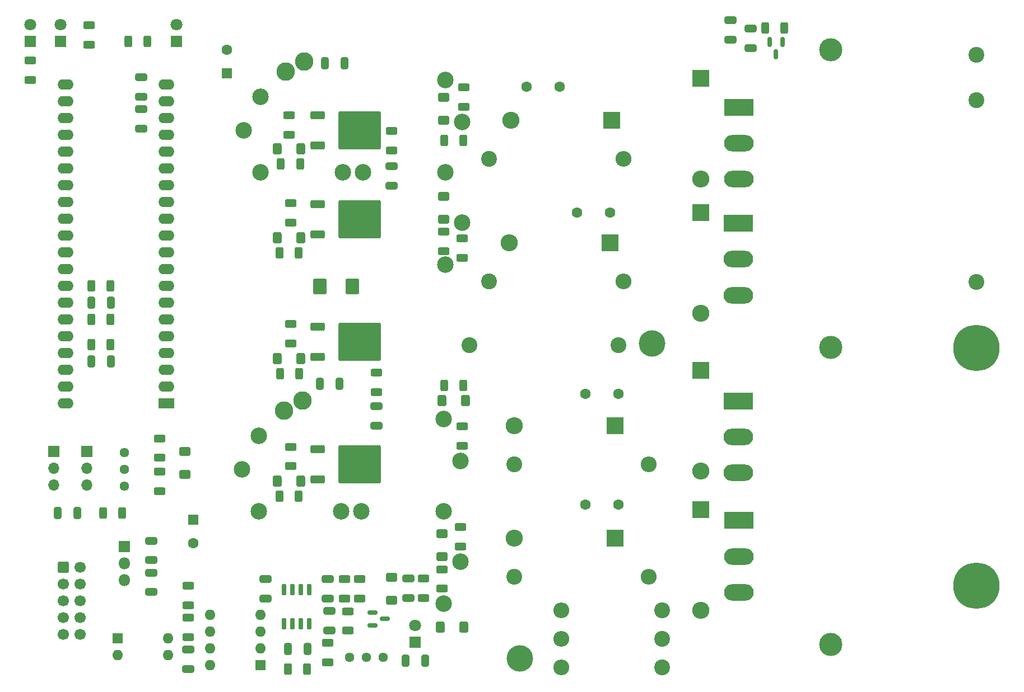
<source format=gbr>
%TF.GenerationSoftware,KiCad,Pcbnew,7.0.2*%
%TF.CreationDate,2023-05-30T11:20:00+02:00*%
%TF.ProjectId,Module_1,4d6f6475-6c65-45f3-912e-6b696361645f,rev?*%
%TF.SameCoordinates,Original*%
%TF.FileFunction,Soldermask,Bot*%
%TF.FilePolarity,Negative*%
%FSLAX46Y46*%
G04 Gerber Fmt 4.6, Leading zero omitted, Abs format (unit mm)*
G04 Created by KiCad (PCBNEW 7.0.2) date 2023-05-30 11:20:00*
%MOMM*%
%LPD*%
G01*
G04 APERTURE LIST*
G04 Aperture macros list*
%AMRoundRect*
0 Rectangle with rounded corners*
0 $1 Rounding radius*
0 $2 $3 $4 $5 $6 $7 $8 $9 X,Y pos of 4 corners*
0 Add a 4 corners polygon primitive as box body*
4,1,4,$2,$3,$4,$5,$6,$7,$8,$9,$2,$3,0*
0 Add four circle primitives for the rounded corners*
1,1,$1+$1,$2,$3*
1,1,$1+$1,$4,$5*
1,1,$1+$1,$6,$7*
1,1,$1+$1,$8,$9*
0 Add four rect primitives between the rounded corners*
20,1,$1+$1,$2,$3,$4,$5,0*
20,1,$1+$1,$4,$5,$6,$7,0*
20,1,$1+$1,$6,$7,$8,$9,0*
20,1,$1+$1,$8,$9,$2,$3,0*%
G04 Aperture macros list end*
%ADD10C,2.800000*%
%ADD11C,2.400000*%
%ADD12O,2.400000X2.400000*%
%ADD13R,2.600000X2.600000*%
%ADD14O,2.600000X2.600000*%
%ADD15R,1.600000X1.600000*%
%ADD16C,1.600000*%
%ADD17C,3.500000*%
%ADD18RoundRect,0.250000X-0.600000X-0.600000X0.600000X-0.600000X0.600000X0.600000X-0.600000X0.600000X0*%
%ADD19C,1.700000*%
%ADD20R,1.800000X1.800000*%
%ADD21C,1.800000*%
%ADD22C,4.000000*%
%ADD23R,1.700000X1.700000*%
%ADD24O,1.700000X1.700000*%
%ADD25O,1.600000X1.600000*%
%ADD26C,1.440000*%
%ADD27O,1.800000X1.800000*%
%ADD28C,7.000000*%
%ADD29R,2.400000X1.600000*%
%ADD30O,2.400000X1.600000*%
%ADD31C,2.500000*%
%ADD32RoundRect,0.250000X-0.312500X-0.625000X0.312500X-0.625000X0.312500X0.625000X-0.312500X0.625000X0*%
%ADD33RoundRect,0.250000X-0.600000X0.400000X-0.600000X-0.400000X0.600000X-0.400000X0.600000X0.400000X0*%
%ADD34RoundRect,0.250000X-0.625000X0.312500X-0.625000X-0.312500X0.625000X-0.312500X0.625000X0.312500X0*%
%ADD35RoundRect,0.250000X0.650000X-0.325000X0.650000X0.325000X-0.650000X0.325000X-0.650000X-0.325000X0*%
%ADD36RoundRect,0.250000X-0.850000X-0.350000X0.850000X-0.350000X0.850000X0.350000X-0.850000X0.350000X0*%
%ADD37RoundRect,0.249997X-2.950003X-2.650003X2.950003X-2.650003X2.950003X2.650003X-2.950003X2.650003X0*%
%ADD38RoundRect,0.250000X0.625000X-0.312500X0.625000X0.312500X-0.625000X0.312500X-0.625000X-0.312500X0*%
%ADD39R,4.500000X2.500000*%
%ADD40O,4.500000X2.500000*%
%ADD41RoundRect,0.250000X0.312500X0.625000X-0.312500X0.625000X-0.312500X-0.625000X0.312500X-0.625000X0*%
%ADD42RoundRect,0.250000X-0.400000X-0.600000X0.400000X-0.600000X0.400000X0.600000X-0.400000X0.600000X0*%
%ADD43RoundRect,0.250000X-0.650000X0.325000X-0.650000X-0.325000X0.650000X-0.325000X0.650000X0.325000X0*%
%ADD44RoundRect,0.250000X-0.325000X-0.650000X0.325000X-0.650000X0.325000X0.650000X-0.325000X0.650000X0*%
%ADD45RoundRect,0.150000X-0.150000X0.587500X-0.150000X-0.587500X0.150000X-0.587500X0.150000X0.587500X0*%
%ADD46RoundRect,0.250000X0.600000X-0.400000X0.600000X0.400000X-0.600000X0.400000X-0.600000X-0.400000X0*%
%ADD47RoundRect,0.250000X0.325000X0.650000X-0.325000X0.650000X-0.325000X-0.650000X0.325000X-0.650000X0*%
%ADD48RoundRect,0.250000X-0.787500X-0.925000X0.787500X-0.925000X0.787500X0.925000X-0.787500X0.925000X0*%
%ADD49RoundRect,0.250000X0.400000X0.600000X-0.400000X0.600000X-0.400000X-0.600000X0.400000X-0.600000X0*%
%ADD50RoundRect,0.150000X0.150000X-0.725000X0.150000X0.725000X-0.150000X0.725000X-0.150000X-0.725000X0*%
%ADD51RoundRect,0.150000X-0.587500X-0.150000X0.587500X-0.150000X0.587500X0.150000X-0.587500X0.150000X0*%
G04 APERTURE END LIST*
D10*
%TO.C,*%
X104140000Y-93980000D03*
%TD*%
%TO.C,*%
X104394000Y-42672000D03*
%TD*%
D11*
%TO.C,R37*%
X158496000Y-134366000D03*
D12*
X143256000Y-134366000D03*
%TD*%
D13*
%TO.C,D18*%
X164338000Y-89408000D03*
D14*
X164338000Y-104648000D03*
%TD*%
D11*
%TO.C,C27*%
X206000000Y-48500000D03*
X206000000Y-76000000D03*
%TD*%
D15*
%TO.C,C3*%
X87630000Y-112012349D03*
D16*
X87630000Y-115512349D03*
%TD*%
D17*
%TO.C,H3*%
X184000000Y-40900000D03*
%TD*%
D18*
%TO.C,J1*%
X67985000Y-119160000D03*
D19*
X70525000Y-119160000D03*
X67985000Y-121700000D03*
X70525000Y-121700000D03*
X67985000Y-124240000D03*
X70525000Y-124240000D03*
X67985000Y-126780000D03*
X70525000Y-126780000D03*
X67985000Y-129320000D03*
X70525000Y-129320000D03*
%TD*%
D13*
%TO.C,D16*%
X164338000Y-45212000D03*
D14*
X164338000Y-60452000D03*
%TD*%
D20*
%TO.C,D2*%
X85090000Y-39629000D03*
D21*
X85090000Y-37089000D03*
%TD*%
D11*
%TO.C,R39*%
X158496000Y-130048000D03*
D12*
X143256000Y-130048000D03*
%TD*%
D22*
%TO.C,J3*%
X137000000Y-133000000D03*
%TD*%
D23*
%TO.C,JP1*%
X66525000Y-101635000D03*
D24*
X66525000Y-104175000D03*
X66525000Y-106715000D03*
%TD*%
D16*
%TO.C,C25*%
X151852000Y-92964000D03*
X146852000Y-92964000D03*
%TD*%
D11*
%TO.C,R41*%
X132334000Y-75946000D03*
D12*
X152654000Y-75946000D03*
%TD*%
D17*
%TO.C,H1*%
X184000000Y-130900000D03*
%TD*%
D13*
%TO.C,D19*%
X164338000Y-110490000D03*
D14*
X164338000Y-125730000D03*
%TD*%
D13*
%TO.C,D17*%
X164338000Y-65532000D03*
D14*
X164338000Y-80772000D03*
%TD*%
D15*
%TO.C,U6*%
X97780000Y-133975000D03*
D25*
X97780000Y-131435000D03*
X97780000Y-128895000D03*
X97780000Y-126355000D03*
X90160000Y-126355000D03*
X90160000Y-128895000D03*
X90160000Y-131435000D03*
X90160000Y-133975000D03*
%TD*%
D11*
%TO.C,R43*%
X136144000Y-120650000D03*
D12*
X156464000Y-120650000D03*
%TD*%
D26*
%TO.C,RV1*%
X77216000Y-101844000D03*
X77216000Y-104384000D03*
X77216000Y-106924000D03*
%TD*%
D11*
%TO.C,C27_2*%
X205994000Y-41656000D03*
%TD*%
D15*
%TO.C,C6*%
X92710000Y-44394000D03*
D16*
X92710000Y-40894000D03*
%TD*%
D13*
%TO.C,D23*%
X151384000Y-114808000D03*
D14*
X136144000Y-114808000D03*
%TD*%
D23*
%TO.C,JP2*%
X71525000Y-101635000D03*
D24*
X71525000Y-104175000D03*
X71525000Y-106715000D03*
%TD*%
D20*
%TO.C,D7*%
X121158000Y-130561000D03*
D21*
X121158000Y-128021000D03*
%TD*%
D11*
%TO.C,R38*%
X158496000Y-125730000D03*
D12*
X143256000Y-125730000D03*
%TD*%
D20*
%TO.C,D3*%
X67564000Y-39629000D03*
D21*
X67564000Y-37089000D03*
%TD*%
D20*
%TO.C,U2*%
X77216000Y-116078000D03*
D27*
X77216000Y-118618000D03*
X77216000Y-121158000D03*
%TD*%
D16*
%TO.C,C23*%
X142962000Y-46482000D03*
X137962000Y-46482000D03*
%TD*%
D28*
%TO.C,J5*%
X206000000Y-122000000D03*
%TD*%
%TO.C,J4*%
X206000000Y-86000000D03*
%TD*%
D20*
%TO.C,D4*%
X62992000Y-39629000D03*
D21*
X62992000Y-37089000D03*
%TD*%
D11*
%TO.C,R40*%
X132334000Y-57404000D03*
D12*
X152654000Y-57404000D03*
%TD*%
D13*
%TO.C,D21*%
X150622000Y-70104000D03*
D14*
X135382000Y-70104000D03*
%TD*%
D11*
%TO.C,C28*%
X151892000Y-85598000D03*
X129392000Y-85598000D03*
%TD*%
D29*
%TO.C,M1*%
X83525000Y-94340000D03*
D30*
X83525000Y-91800000D03*
X83525000Y-89260000D03*
X83525000Y-86720000D03*
X83525000Y-84180000D03*
X83525000Y-81640000D03*
X83525000Y-79100000D03*
X83525000Y-76560000D03*
X83525000Y-74020000D03*
X83525000Y-71480000D03*
X83525000Y-68940000D03*
X83525000Y-66400000D03*
X83525000Y-63860000D03*
X83525000Y-61320000D03*
X83525000Y-58780000D03*
X83525000Y-56240000D03*
X83525000Y-53700000D03*
X83525000Y-51160000D03*
X83525000Y-48620000D03*
X83525000Y-46080000D03*
X68285000Y-46080000D03*
X68285000Y-48620000D03*
X68285000Y-51160000D03*
X68285000Y-53700000D03*
X68285000Y-56240000D03*
X68285000Y-58780000D03*
X68285000Y-61320000D03*
X68285000Y-63860000D03*
X68285000Y-66400000D03*
X68285000Y-68940000D03*
X68285000Y-71480000D03*
X68285000Y-74020000D03*
X68285000Y-76560000D03*
X68285000Y-79100000D03*
X68285000Y-81640000D03*
X68285000Y-84180000D03*
X68285000Y-86720000D03*
X68285000Y-89260000D03*
X68285000Y-91800000D03*
X68285000Y-94340000D03*
%TD*%
D16*
%TO.C,C24*%
X150582000Y-65532000D03*
X145582000Y-65532000D03*
%TD*%
D15*
%TO.C,U1*%
X76210000Y-129965000D03*
D25*
X76210000Y-132505000D03*
X83830000Y-132505000D03*
X83830000Y-129965000D03*
%TD*%
D13*
%TO.C,D22*%
X151384000Y-97790000D03*
D14*
X136144000Y-97790000D03*
%TD*%
D13*
%TO.C,D20*%
X150876000Y-51562000D03*
D14*
X135636000Y-51562000D03*
%TD*%
D11*
%TO.C,R42*%
X136144000Y-103632000D03*
D12*
X156464000Y-103632000D03*
%TD*%
D31*
%TO.C,T2*%
X97490000Y-99316000D03*
D10*
X101300000Y-95506000D03*
D31*
X94950000Y-104396000D03*
X125430000Y-96776000D03*
X127970000Y-103126000D03*
X127970000Y-118366000D03*
X125430000Y-124716000D03*
X112984000Y-110746000D03*
X109936000Y-110746000D03*
X97490000Y-110746000D03*
X125430000Y-110746000D03*
%TD*%
D16*
%TO.C,C26*%
X151852000Y-109728000D03*
X146852000Y-109728000D03*
%TD*%
D17*
%TO.C,H2*%
X184000000Y-85900000D03*
%TD*%
D31*
%TO.C,T1*%
X97790000Y-48006000D03*
D10*
X101600000Y-44196000D03*
D31*
X95250000Y-53086000D03*
X125730000Y-45466000D03*
X128270000Y-51816000D03*
X128270000Y-67056000D03*
X125730000Y-73406000D03*
X113284000Y-59436000D03*
X110236000Y-59436000D03*
X97790000Y-59436000D03*
X125730000Y-59436000D03*
%TD*%
D22*
%TO.C,J2*%
X156972000Y-85344000D03*
%TD*%
D26*
%TO.C,RV2*%
X111252000Y-132842000D03*
X113792000Y-132842000D03*
X116332000Y-132842000D03*
%TD*%
D32*
%TO.C,R4*%
X73975500Y-110998000D03*
X76900500Y-110998000D03*
%TD*%
D33*
%TO.C,D14*%
X125476000Y-48034000D03*
X125476000Y-51534000D03*
%TD*%
D34*
%TO.C,R19*%
X102108000Y-50800000D03*
X102108000Y-53725000D03*
%TD*%
D35*
%TO.C,C8*%
X81280000Y-122936000D03*
X81280000Y-119986000D03*
%TD*%
D36*
%TO.C,Q4*%
X106426000Y-105912000D03*
D37*
X112726000Y-103632000D03*
D36*
X106426000Y-101352000D03*
%TD*%
D38*
%TO.C,R12*%
X122428000Y-123829000D03*
X122428000Y-120904000D03*
%TD*%
D39*
%TO.C,Q5*%
X170110000Y-49550000D03*
D40*
X170110000Y-55000000D03*
X170110000Y-60450000D03*
%TD*%
D38*
%TO.C,R35*%
X128270000Y-100776500D03*
X128270000Y-97851500D03*
%TD*%
D41*
%TO.C,R29*%
X128462500Y-91694000D03*
X125537500Y-91694000D03*
%TD*%
D38*
%TO.C,R1*%
X86868000Y-129732500D03*
X86868000Y-126807500D03*
%TD*%
D42*
%TO.C,D9*%
X100358000Y-69342000D03*
X103858000Y-69342000D03*
%TD*%
D43*
%TO.C,C12*%
X168844000Y-36371000D03*
X168844000Y-39321000D03*
%TD*%
D36*
%TO.C,Q1*%
X106426000Y-55365000D03*
D37*
X112726000Y-53085000D03*
D36*
X106426000Y-50805000D03*
%TD*%
D38*
%TO.C,R2*%
X82550000Y-107634500D03*
X82550000Y-104709500D03*
%TD*%
D43*
%TO.C,C5*%
X81280000Y-115160000D03*
X81280000Y-118110000D03*
%TD*%
D41*
%TO.C,R9*%
X176972000Y-37592000D03*
X174047000Y-37592000D03*
%TD*%
D43*
%TO.C,C22*%
X115316000Y-94791000D03*
X115316000Y-97741000D03*
%TD*%
D44*
%TO.C,C10*%
X72185000Y-88060000D03*
X75135000Y-88060000D03*
%TD*%
D43*
%TO.C,C7*%
X86868000Y-131621000D03*
X86868000Y-134571000D03*
%TD*%
D38*
%TO.C,R15*%
X110490000Y-123890500D03*
X110490000Y-120965500D03*
%TD*%
D43*
%TO.C,C1*%
X79756000Y-45007000D03*
X79756000Y-47957000D03*
%TD*%
D41*
%TO.C,R26*%
X103570500Y-108458000D03*
X100645500Y-108458000D03*
%TD*%
D38*
%TO.C,R32*%
X128270000Y-72328500D03*
X128270000Y-69403500D03*
%TD*%
D44*
%TO.C,C18*%
X101903000Y-131572000D03*
X104853000Y-131572000D03*
%TD*%
D45*
%TO.C,U3*%
X174752000Y-39702500D03*
X176652000Y-39702500D03*
X175702000Y-41577500D03*
%TD*%
D46*
%TO.C,D15*%
X125476000Y-66520000D03*
X125476000Y-63020000D03*
%TD*%
D44*
%TO.C,C9*%
X67105000Y-110998000D03*
X70055000Y-110998000D03*
%TD*%
D41*
%TO.C,R25*%
X103632000Y-89916000D03*
X100707000Y-89916000D03*
%TD*%
%TO.C,R13*%
X104840500Y-134620000D03*
X101915500Y-134620000D03*
%TD*%
D38*
%TO.C,R20*%
X102362000Y-66994500D03*
X102362000Y-64069500D03*
%TD*%
D34*
%TO.C,R18*%
X86868000Y-121981500D03*
X86868000Y-124906500D03*
%TD*%
D46*
%TO.C,D5*%
X117602000Y-124178000D03*
X117602000Y-120678000D03*
%TD*%
%TO.C,D1*%
X86360000Y-105128000D03*
X86360000Y-101628000D03*
%TD*%
D43*
%TO.C,C29*%
X171892000Y-37641000D03*
X171892000Y-40591000D03*
%TD*%
D47*
%TO.C,C14*%
X122633000Y-133350000D03*
X119683000Y-133350000D03*
%TD*%
D32*
%TO.C,R5*%
X77785500Y-39624000D03*
X80710500Y-39624000D03*
%TD*%
D43*
%TO.C,C16*%
X107950000Y-120953000D03*
X107950000Y-123903000D03*
%TD*%
D38*
%TO.C,R27*%
X117602000Y-56072500D03*
X117602000Y-53147500D03*
%TD*%
D48*
%TO.C,C4*%
X106757500Y-76708000D03*
X111682500Y-76708000D03*
%TD*%
D36*
%TO.C,Q2*%
X106426000Y-68827000D03*
D37*
X112726000Y-66547000D03*
D36*
X106426000Y-64267000D03*
%TD*%
D42*
%TO.C,D11*%
X100358000Y-106172000D03*
X103858000Y-106172000D03*
%TD*%
D44*
%TO.C,C11*%
X72185000Y-79170000D03*
X75135000Y-79170000D03*
%TD*%
D32*
%TO.C,R10*%
X72197500Y-81710000D03*
X75122500Y-81710000D03*
%TD*%
D41*
%TO.C,R24*%
X103570500Y-71628000D03*
X100645500Y-71628000D03*
%TD*%
D38*
%TO.C,R22*%
X102362000Y-103886000D03*
X102362000Y-100961000D03*
%TD*%
D39*
%TO.C,Q7*%
X170000000Y-94000000D03*
D40*
X170000000Y-99450000D03*
X170000000Y-104900000D03*
%TD*%
D49*
%TO.C,D6*%
X128496000Y-128270000D03*
X124996000Y-128270000D03*
%TD*%
D38*
%TO.C,R7*%
X62992000Y-45404500D03*
X62992000Y-42479500D03*
%TD*%
D39*
%TO.C,Q6*%
X170000000Y-67100000D03*
D40*
X170000000Y-72550000D03*
X170000000Y-78000000D03*
%TD*%
D34*
%TO.C,R21*%
X102362000Y-82357500D03*
X102362000Y-85282500D03*
%TD*%
D43*
%TO.C,C13*%
X120142000Y-120904000D03*
X120142000Y-123854000D03*
%TD*%
D38*
%TO.C,R34*%
X125476000Y-71312500D03*
X125476000Y-68387500D03*
%TD*%
D34*
%TO.C,R16*%
X107950000Y-130617500D03*
X107950000Y-133542500D03*
%TD*%
D43*
%TO.C,C21*%
X117602000Y-58469000D03*
X117602000Y-61419000D03*
%TD*%
%TO.C,C17*%
X108204000Y-125779000D03*
X108204000Y-128729000D03*
%TD*%
D46*
%TO.C,D13*%
X125222000Y-117574000D03*
X125222000Y-114074000D03*
%TD*%
D41*
%TO.C,R8*%
X75122500Y-85520000D03*
X72197500Y-85520000D03*
%TD*%
D38*
%TO.C,R3*%
X82550000Y-102616000D03*
X82550000Y-99691000D03*
%TD*%
D36*
%TO.C,Q3*%
X106426000Y-87370000D03*
D37*
X112726000Y-85090000D03*
D36*
X106426000Y-82810000D03*
%TD*%
D38*
%TO.C,R31*%
X128524000Y-49468500D03*
X128524000Y-46543500D03*
%TD*%
D39*
%TO.C,Q8*%
X170110000Y-112100000D03*
D40*
X170110000Y-117550000D03*
X170110000Y-123000000D03*
%TD*%
D38*
%TO.C,R36*%
X125222000Y-122428000D03*
X125222000Y-119503000D03*
%TD*%
D50*
%TO.C,U5*%
X105156000Y-127741000D03*
X103886000Y-127741000D03*
X102616000Y-127741000D03*
X101346000Y-127741000D03*
X101346000Y-122591000D03*
X102616000Y-122591000D03*
X103886000Y-122591000D03*
X105156000Y-122591000D03*
%TD*%
D47*
%TO.C,C20*%
X109679000Y-91440000D03*
X106729000Y-91440000D03*
%TD*%
D41*
%TO.C,R11*%
X75122500Y-76630000D03*
X72197500Y-76630000D03*
%TD*%
D42*
%TO.C,D10*%
X100358000Y-87630000D03*
X103858000Y-87630000D03*
%TD*%
D34*
%TO.C,R30*%
X128016000Y-113091500D03*
X128016000Y-116016500D03*
%TD*%
D41*
%TO.C,R23*%
X103763000Y-58166000D03*
X100838000Y-58166000D03*
%TD*%
D34*
%TO.C,R17*%
X110998000Y-125853000D03*
X110998000Y-128778000D03*
%TD*%
D41*
%TO.C,R33*%
X128462500Y-54610000D03*
X125537500Y-54610000D03*
%TD*%
D51*
%TO.C,U4*%
X114711000Y-127950000D03*
X114711000Y-126050000D03*
X116586000Y-127000000D03*
%TD*%
D42*
%TO.C,D8*%
X100358000Y-55880000D03*
X103858000Y-55880000D03*
%TD*%
D38*
%TO.C,R28*%
X115316000Y-92648500D03*
X115316000Y-89723500D03*
%TD*%
%TO.C,R6*%
X71882000Y-40070500D03*
X71882000Y-37145500D03*
%TD*%
D43*
%TO.C,C15*%
X98552000Y-120953000D03*
X98552000Y-123903000D03*
%TD*%
D35*
%TO.C,C2*%
X79756000Y-52783000D03*
X79756000Y-49833000D03*
%TD*%
D34*
%TO.C,R14*%
X112776000Y-120965500D03*
X112776000Y-123890500D03*
%TD*%
D42*
%TO.C,D12*%
X125250000Y-93980000D03*
X128750000Y-93980000D03*
%TD*%
D47*
%TO.C,C19*%
X110441000Y-42926000D03*
X107491000Y-42926000D03*
%TD*%
M02*

</source>
